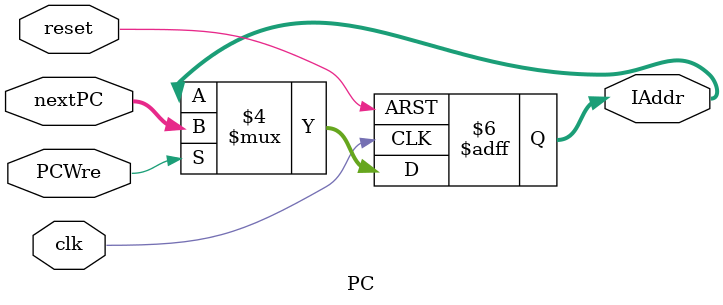
<source format=v>
`timescale 1ns / 1ps

module PC(clk, reset, PCWre,nextPC, IAddr);
    input clk;
    input reset;
    input PCWre;
    input [31:0] nextPC;
    output reg [31:0] IAddr; // current PC address

    always@(posedge clk or negedge reset)
    begin
        if(reset == 0) 
            IAddr <= 0;
        else if (PCWre == 1) 
            IAddr <= nextPC;
    end
endmodule

</source>
